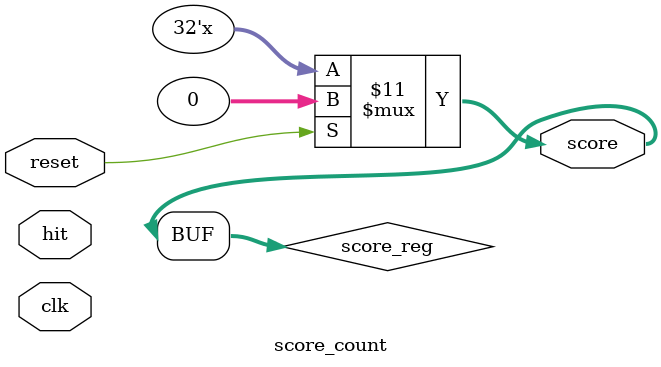
<source format=v>
`timescale 1ns / 1ps


module score_count(
    input clk,
    input hit,
    input reset,
    output [31:0] score
    );
    
    reg [31:0] score_reg;
    reg reset_mem;
    integer count;
    
    initial begin
        score_reg = 5;
        count = 0;
    end

    always @(posedge clk) begin
        if (reset) count <= 0;
        if (~hit) begin
            if (count == 10) count <= 0;
            else count <= count + 1;
        end
    end
    
    always @(count) begin
        if (count == 10) score_reg <= score_reg + 1;
        if (reset) score_reg <= 0;
    end
    
    assign score = score_reg;
    
endmodule

</source>
